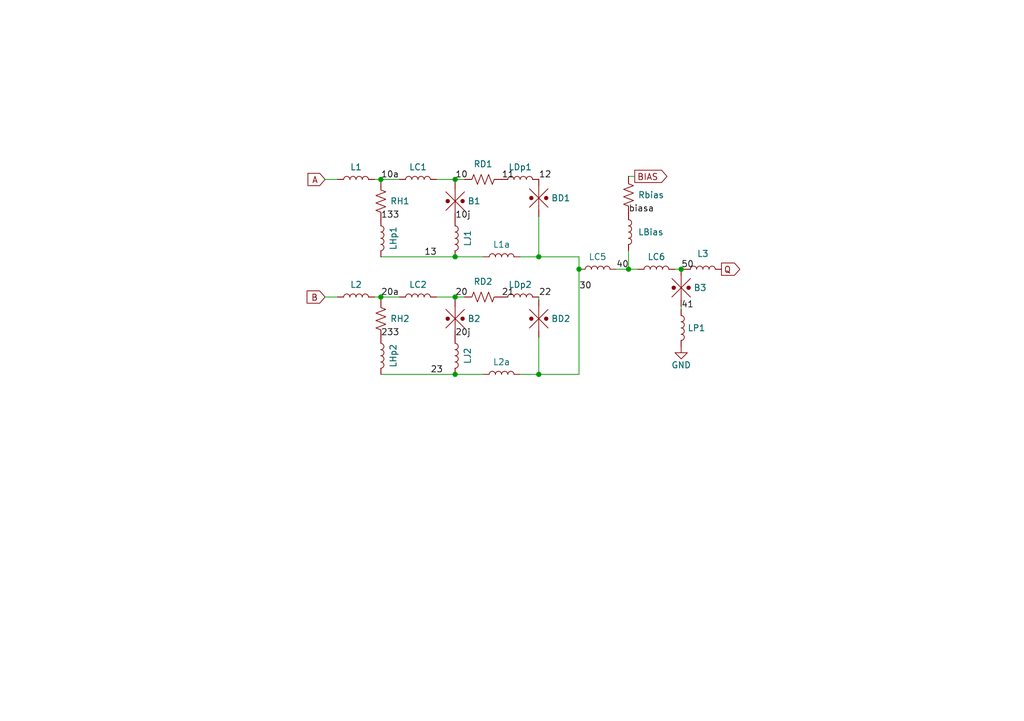
<source format=kicad_sch>
(kicad_sch (version 20211123) (generator eeschema)
  (paper "A5")
  (lib_symbols
    (symbol "Superconductors:Inductor" (pin_numbers hide) (pin_names (offset 1.016) hide)
      (property "Reference" "L" (at 0 2.032 0))
      (symbol "Inductor_0_1"
        (arc (start -1.27 0) (mid -1.905 0.635) (end -2.54 0))
        (arc (start 0 0) (mid -0.635 0.635) (end -1.27 0))
        (arc (start 1.27 0) (mid 0.635 0.635) (end 0 0))
        (arc (start 2.54 0) (mid 1.905 0.635) (end 1.27 0))
      )
      (symbol "Inductor_1_1"
        (pin passive line (at -3.81 0 0) (length 1.27) (name "1") (number "1"))
        (pin passive line (at 3.81 0 180) (length 1.27) (name "2") (number "2"))
      )
    )
    (symbol "Superconductors:Resistor" (pin_numbers hide) (pin_names (offset 0))
      (property "Reference" "R" (at 2.54 0 90))
      (symbol "Resistor_0_1"
        (polyline (pts (xy 0 -2.286) (xy 0 -2.54)))
        (polyline (pts (xy 0 2.286) (xy 0 2.54)))
        (polyline (pts (xy 0 -0.762) (xy 1.016 -1.143) (xy 0 -1.524) (xy -1.016 -1.905) (xy 0 -2.286)))
        (polyline (pts (xy 0 0.762) (xy 1.016 0.381) (xy 0 0) (xy -1.016 -0.381) (xy 0 -0.762)))
        (polyline (pts (xy 0 2.286) (xy 1.016 1.905) (xy 0 1.524) (xy -1.016 1.143) (xy 0 0.762)))
      )
      (symbol "Resistor_1_1"
        (pin passive line (at 0 3.81 270) (length 1.27) (name "~") (number "1"))
        (pin passive line (at 0 -3.81 90) (length 1.27) (name "~") (number "2"))
      )
    )
    (symbol "Superconductors:jjmit" (pin_numbers hide) (pin_names (offset 0))
      (property "Reference" "B" (at 3.175 0 90))
      (symbol "jjmit_0_1"
        (circle (center -1.524 0) (radius 0.3592) (fill (type outline)))
        (polyline (pts (xy -1.905 -1.905) (xy 1.905 1.905)))
        (polyline (pts (xy -1.905 1.905) (xy 1.905 -1.905)))
        (polyline (pts (xy 0 -2.54) (xy 0 2.54)))
        (circle (center 1.524 0) (radius 0.3592) (fill (type outline)))
      )
      (symbol "jjmit_1_1"
        (pin passive line (at 0 3.81 270) (length 1.27) (name "~") (number "1"))
        (pin passive line (at 0 -3.81 90) (length 1.27) (name "~") (number "2"))
      )
    )
    (symbol "jjmit_1" (pin_numbers hide) (pin_names (offset 0))
      (property "Reference" "B" (at 3.175 0 90))
      (symbol "jjmit_1_0_1"
        (circle (center -1.524 0) (radius 0.3592) (fill (type outline)))
        (polyline (pts (xy -1.905 -1.905) (xy 1.905 1.905)))
        (polyline (pts (xy -1.905 1.905) (xy 1.905 -1.905)))
        (polyline (pts (xy 0 -2.54) (xy 0 2.54)))
        (circle (center 1.524 0) (radius 0.3592) (fill (type outline)))
      )
      (symbol "jjmit_1_1_1"
        (pin passive line (at 0 3.81 270) (length 1.27) (name "~") (number "1"))
        (pin passive line (at 0 -3.81 90) (length 1.27) (name "~") (number "2"))
      )
    )
    (symbol "power:GND" (power) (pin_names (offset 0))
      (property "Value" "GND" (at 0 -3.81 0))
      (symbol "GND_0_1"
        (polyline (pts (xy 0 0) (xy 0 -1.27) (xy 1.27 -1.27) (xy 0 -2.54) (xy -1.27 -1.27) (xy 0 -1.27)))
      )
      (symbol "GND_1_1"
        (pin power_in line (at 0 0 270) (length 0) hide (name "GND") (number "1"))
      )
    )
  )
  (junction (at 93.345 36.83))
  (junction (at 93.345 60.96))
  (junction (at 118.745 55.245))
  (junction (at 128.905 55.245))
  (junction (at 93.345 52.705))
  (junction (at 78.105 36.83))
  (junction (at 78.105 60.96))
  (junction (at 93.345 76.835))
  (junction (at 139.7 55.245))
  (junction (at 110.49 76.835))
  (junction (at 110.49 52.705))
  (wire (pts (xy 78.105 36.83) (xy 81.915 36.83)))
  (wire (pts (xy 139.7 55.245) (xy 140.335 55.245)))
  (wire (pts (xy 78.105 60.96) (xy 81.915 60.96)))
  (wire (pts (xy 106.68 76.835) (xy 110.49 76.835)))
  (wire (pts (xy 89.535 60.96) (xy 93.345 60.96)))
  (wire (pts (xy 66.675 36.83) (xy 69.215 36.83)))
  (wire (pts (xy 126.365 55.245) (xy 128.905 55.245)))
  (wire (pts (xy 76.835 36.83) (xy 78.105 36.83)))
  (wire (pts (xy 93.345 52.705) (xy 99.06 52.705)))
  (wire (pts (xy 110.49 52.705) (xy 118.745 52.705)))
  (wire (pts (xy 110.49 76.835) (xy 118.745 76.835)))
  (wire (pts (xy 93.345 36.83) (xy 93.345 37.465)))
  (wire (pts (xy 93.345 60.96) (xy 93.345 61.595)))
  (wire (pts (xy 93.345 76.835) (xy 99.06 76.835)))
  (wire (pts (xy 78.105 52.705) (xy 93.345 52.705)))
  (wire (pts (xy 110.49 69.215) (xy 110.49 76.835)))
  (wire (pts (xy 110.49 44.45) (xy 110.49 52.705)))
  (wire (pts (xy 118.745 52.705) (xy 118.745 55.245)))
  (wire (pts (xy 128.905 55.245) (xy 130.81 55.245)))
  (wire (pts (xy 78.105 61.595) (xy 78.105 60.96)))
  (wire (pts (xy 139.7 63.5) (xy 139.7 62.865)))
  (wire (pts (xy 93.345 36.83) (xy 95.25 36.83)))
  (wire (pts (xy 66.675 60.96) (xy 69.215 60.96)))
  (wire (pts (xy 89.535 36.83) (xy 93.345 36.83)))
  (wire (pts (xy 93.345 60.96) (xy 95.25 60.96)))
  (wire (pts (xy 138.43 55.245) (xy 139.7 55.245)))
  (wire (pts (xy 106.68 52.705) (xy 110.49 52.705)))
  (wire (pts (xy 130.175 36.195) (xy 128.905 36.195)))
  (wire (pts (xy 128.905 51.435) (xy 128.905 55.245)))
  (wire (pts (xy 78.105 76.835) (xy 93.345 76.835)))
  (wire (pts (xy 110.49 60.96) (xy 110.49 61.595)))
  (wire (pts (xy 118.745 55.245) (xy 118.745 76.835)))
  (wire (pts (xy 76.835 60.96) (xy 78.105 60.96)))
  (wire (pts (xy 78.105 37.465) (xy 78.105 36.83)))
  (label "20j" (at 93.345 69.215 0))
  (label "233" (at 78.105 69.215 0))
  (label "biasa" (at 128.905 43.815 0))
  (label "10j" (at 93.345 45.085 0))
  (label "23" (at 88.265 76.835 0))
  (label "133" (at 78.105 45.085 0))
  (label "10" (at 93.345 36.83 0))
  (label "30" (at 118.745 59.616 0))
  (label "20" (at 93.345 60.96 0))
  (label "21" (at 102.87 60.96 0))
  (label "50" (at 139.7 55.245 0))
  (label "40" (at 126.365 55.245 0))
  (label "12" (at 110.49 36.83 0))
  (label "11" (at 102.87 36.83 0))
  (label "13" (at 86.995 52.705 0))
  (label "41" (at 139.7 63.5 0))
  (label "20a" (at 78.105 60.96 0))
  (label "10a" (at 78.105 36.83 0))
  (label "22" (at 110.49 60.96 0))
  (global_label "B" (shape input) (at 66.675 60.96 180) (property "Intersheet References" "${INTERSHEET_REFS}" (effects hide)))
  (global_label "A" (shape input) (at 66.675 36.83 180) (property "Intersheet References" "${INTERSHEET_REFS}" (effects hide)))
  (global_label "BIAS" (shape output) (at 130.175 36.195 0) (property "Intersheet References" "${INTERSHEET_REFS}" (effects hide)))
  (global_label "Q" (shape output) (at 147.955 55.245 0) (property "Intersheet References" "${INTERSHEET_REFS}" (effects hide)))
  (symbol (lib_id "power:GND") (at 139.7 71.12 0) (unit 1)
    (property "Reference" "#PWR02" (effects hide))
    (property "Value" "GND" (at 139.7 74.93 0))
  )
  (symbol (lib_id "Superconductors:Inductor") (at 78.105 48.895 270) (unit 1)
    (property "Reference" "LHp1" (at 80.645 48.895 0))
    (property "Value" "Inductor" (effects hide))
  )
  (symbol (lib_id "Superconductors:jjmit") (at 110.49 40.64 180) (unit 1)
    (property "Reference" "BD1" (at 113.03 40.6399 0) (effects (justify right)))
    (property "Value" "jjmit" (effects hide))
  )
  (symbol (lib_id "Superconductors:Inductor") (at 122.555 55.245 0) (unit 1)
    (property "Reference" "LC5" (at 122.555 52.705 0))
    (property "Value" "Inductor" (effects hide))
  )
  (symbol (lib_id "Superconductors:Resistor") (at 78.105 65.405 0) (unit 1)
    (property "Reference" "RH2" (at 80.01 65.4049 0) (effects (justify left)))
    (property "Value" "Resistor" (effects hide))
  )
  (symbol (lib_id "Superconductors:Inductor") (at 106.68 36.83 0) (unit 1)
    (property "Reference" "LDp1" (at 106.68 34.29 0))
    (property "Value" "Inductor" (effects hide))
  )
  (symbol (lib_id "Superconductors:Inductor") (at 128.905 47.625 270) (unit 1)
    (property "Reference" "LBias" (at 130.81 47.6249 90) (effects (justify left)))
    (property "Value" "Inductor" (effects hide))
  )
  (symbol (lib_id "Superconductors:jjmit") (at 110.49 65.405 180) (unit 1)
    (property "Reference" "BD2" (at 113.03 65.4049 0) (effects (justify right)))
    (property "Value" "jjmit" (effects hide))
  )
  (symbol (lib_id "Superconductors:Inductor") (at 144.145 55.245 0) (unit 1)
    (property "Reference" "L3" (at 144.145 52.07 0))
    (property "Value" "Inductor" (effects hide))
  )
  (symbol (lib_id "Superconductors:Resistor") (at 99.06 36.83 90) (unit 1)
    (property "Reference" "RD1" (at 99.06 33.655 90))
    (property "Value" "Resistor" (effects hide))
  )
  (symbol (lib_id "Superconductors:Inductor") (at 73.025 60.96 0) (unit 1)
    (property "Reference" "L2" (at 73.025 58.42 0))
    (property "Value" "Inductor" (effects hide))
  )
  (symbol (lib_name "jjmit_1") (lib_id "Superconductors:jjmit") (at 93.345 41.275 180) (unit 1)
    (property "Reference" "B1" (at 95.885 41.275 0) (effects (justify right)))
    (property "Value" "jjmit" (effects hide))
  )
  (symbol (lib_id "Superconductors:Inductor") (at 73.025 36.83 0) (unit 1)
    (property "Reference" "L1" (at 73.025 34.29 0))
    (property "Value" "Inductor" (effects hide))
  )
  (symbol (lib_id "Superconductors:Inductor") (at 93.345 73.025 270) (unit 1)
    (property "Reference" "LJ2" (at 95.885 73.025 0))
    (property "Value" "Inductor" (effects hide))
  )
  (symbol (lib_id "Superconductors:Resistor") (at 99.06 60.96 90) (unit 1)
    (property "Reference" "RD2" (at 99.06 57.785 90))
    (property "Value" "Resistor" (effects hide))
  )
  (symbol (lib_id "Superconductors:Inductor") (at 106.68 60.96 0) (unit 1)
    (property "Reference" "LDp2" (at 106.68 58.42 0))
    (property "Value" "Inductor" (effects hide))
  )
  (symbol (lib_id "Superconductors:Inductor") (at 134.62 55.245 0) (unit 1)
    (property "Reference" "LC6" (at 134.62 52.705 0))
    (property "Value" "Inductor" (effects hide))
  )
  (symbol (lib_id "Superconductors:Inductor") (at 85.725 60.96 0) (unit 1)
    (property "Reference" "LC2" (at 85.725 58.42 0))
    (property "Value" "Inductor" (effects hide))
  )
  (symbol (lib_id "Superconductors:Inductor") (at 139.7 67.31 270) (unit 1)
    (property "Reference" "LP1" (at 140.97 67.3099 90) (effects (justify left)))
    (property "Value" "Inductor" (effects hide))
  )
  (symbol (lib_name "jjmit_1") (lib_id "Superconductors:jjmit") (at 93.345 65.405 180) (unit 1)
    (property "Reference" "B2" (at 95.885 65.405 0) (effects (justify right)))
    (property "Value" "jjmit" (effects hide))
  )
  (symbol (lib_id "Superconductors:Inductor") (at 78.105 73.025 270) (unit 1)
    (property "Reference" "LHp2" (at 80.645 73.025 0))
    (property "Value" "Inductor" (effects hide))
  )
  (symbol (lib_name "jjmit_1") (lib_id "Superconductors:jjmit") (at 139.7 59.055 180) (unit 1)
    (property "Reference" "B3" (at 142.24 59.0549 0) (effects (justify right)))
    (property "Value" "jjmit" (effects hide))
  )
  (symbol (lib_id "Superconductors:Resistor") (at 128.905 40.005 0) (unit 1)
    (property "Reference" "Rbias" (at 130.81 40.0049 0) (effects (justify left)))
    (property "Value" "Resistor" (effects hide))
  )
  (symbol (lib_id "Superconductors:Resistor") (at 78.105 41.275 0) (unit 1)
    (property "Reference" "RH1" (at 80.01 41.2749 0) (effects (justify left)))
    (property "Value" "Resistor" (effects hide))
  )
  (symbol (lib_id "Superconductors:Inductor") (at 102.87 76.835 0) (unit 1)
    (property "Reference" "L2a" (at 102.87 74.295 0))
    (property "Value" "Inductor" (effects hide))
  )
  (symbol (lib_id "Superconductors:Inductor") (at 85.725 36.83 0) (unit 1)
    (property "Reference" "LC1" (at 85.725 34.29 0))
    (property "Value" "Inductor" (effects hide))
  )
  (symbol (lib_id "Superconductors:Inductor") (at 102.87 52.705 0) (unit 1)
    (property "Reference" "L1a" (at 102.87 50.165 0))
    (property "Value" "Inductor" (effects hide))
  )
  (symbol (lib_id "Superconductors:Inductor") (at 93.345 48.895 270) (unit 1)
    (property "Reference" "LJ1" (at 95.885 48.895 0))
    (property "Value" "Inductor" (effects hide))
  )
)
</source>
